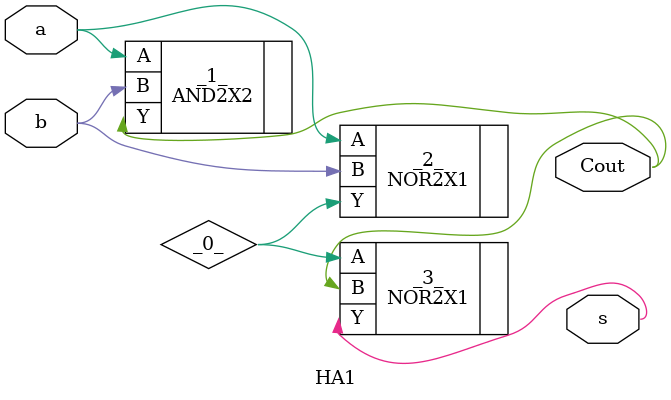
<source format=v>
/* Generated by Yosys 0.7 (git sha1 61f6811, gcc 6.2.0-11ubuntu1 -O2 -fdebug-prefix-map=/build/yosys-OIL3SR/yosys-0.7=. -fstack-protector-strong -fPIC -Os) */

(* src = "ALU8.v:10" *)
module ALU8(sel, a, b, y, v, z, c);
  (* src = "ALU8.v:20" *)
  reg _00_;
  (* src = "ALU8.v:20" *)
  reg _01_;
  (* src = "ALU8.v:20" *)
  reg [7:0] _02_;
  (* src = "ALU8.v:20" *)
  reg _03_;
  (* src = "ALU8.v:20" *)
  reg _04_;
  (* src = "ALU8.v:20" *)
  reg _05_;
  (* src = "ALU8.v:20" *)
  reg [7:0] _06_;
  (* src = "ALU8.v:30" *)
  wire [8:0] _07_;
  (* src = "ALU8.v:25" *)
  wire [7:0] _08_;
  (* src = "ALU8.v:34" *)
  wire _09_;
  (* src = "ALU8.v:28" *)
  wire [7:0] _10_;
  (* src = "ALU8.v:26" *)
  wire [7:0] _11_;
  (* src = "ALU8.v:29" *)
  wire [7:0] _12_;
  (* src = "ALU8.v:34" *)
  wire [31:0] _13_;
  (* src = "ALU8.v:27" *)
  wire [7:0] _14_;
  (* src = "ALU8.v:29" *)
  wire _15_;
  (* src = "ALU8.v:29" *)
  wire _16_;
  (* src = "ALU8.v:29" *)
  wire _17_;
  (* src = "ALU8.v:30" *)
  wire _18_;
  (* src = "ALU8.v:30" *)
  wire _19_;
  (* src = "ALU8.v:30" *)
  wire _20_;
  (* src = "ALU8.v:12" *)
  input [7:0] a;
  (* src = "ALU8.v:13" *)
  input [7:0] b;
  (* src = "ALU8.v:17" *)
  output c;
  reg c;
  (* src = "ALU8.v:11" *)
  input [2:0] sel;
  (* src = "ALU8.v:15" *)
  output v;
  reg v;
  (* src = "ALU8.v:14" *)
  output [7:0] y;
  reg [7:0] y;
  (* src = "ALU8.v:16" *)
  output z;
  reg z;
  assign _07_ = a[6:0] + (* src = "ALU8.v:30" *) b[6:0];
  assign _08_ = a & (* src = "ALU8.v:25" *) b;
  assign _09_ = _06_ == (* src = "ALU8.v:34" *) 1'b0;
  assign _10_ = ~ (* src = "ALU8.v:28" *) a;
  assign _11_ = a | (* src = "ALU8.v:26" *) b;
  assign _12_ = a - (* src = "ALU8.v:29" *) b;
  assign _13_ = _09_ ? (* src = "ALU8.v:34" *) 32'd1 : 32'd0;
  assign _14_ = a ^ (* src = "ALU8.v:27" *) b;
  assign _15_ = 1'b0 ^ (* src = "ALU8.v:29" *) a[7];
  assign _16_ = _15_ ^ (* src = "ALU8.v:29" *) b[7];
  assign _17_ = _16_ ^ (* src = "ALU8.v:29" *) _12_[7];
  assign _18_ = _07_[8] ^ (* src = "ALU8.v:30" *) a[7];
  assign _19_ = _18_ ^ (* src = "ALU8.v:30" *) b[7];
  assign _20_ = _19_ ^ (* src = "ALU8.v:30" *) _07_[7];
  always @* begin
    _02_ = _06_;
    _01_ = _05_;
    _00_ = _04_;
    _03_ = _13_[0];
    casez (sel)
      3'b000:
        begin
          _05_ = 1'b0;
          _04_ = 1'b0;
          _06_ = 8'b00000000;
        end
      3'b001:
        begin
          _05_ = 1'b0;
          _04_ = 1'b0;
          _06_ = _08_;
        end
      3'b010:
        begin
          _05_ = 1'b0;
          _04_ = 1'b0;
          _06_ = _11_;
        end
      3'b011:
        begin
          _05_ = 1'b0;
          _04_ = 1'b0;
          _06_ = _14_;
        end
      3'b100:
        begin
          _05_ = 1'b0;
          _04_ = 1'b0;
          _06_ = _10_;
        end
      3'b101:
        begin
          _04_ = 1'b0;
          _06_ = _12_;
          _05_ = _17_;
        end
      3'b110:
        begin
          { _04_, _06_ } = _07_;
          _05_ = _20_;
        end
      3'b111:
        begin
          _05_ = 1'b0;
          _04_ = 1'b0;
          _06_ = 8'b11111111;
        end
      default:
        begin
          _05_ = 1'b0;
          _04_ = 1'b0;
          _06_ = 8'bxxxxxxxx;
        end
    endcase
  end
  always @* begin
      y <= _02_;
      v <= _01_;
      z <= _03_;
      c <= _00_;
  end
endmodule

(* top =  1  *)
(* src = "HA1.v:10" *)
module HA1(a, b, s, Cout);
  wire _0_;
  (* src = "HA1.v:14" *)
  output Cout;
  (* src = "HA1.v:11" *)
  input a;
  (* src = "HA1.v:12" *)
  input b;
  (* src = "HA1.v:13" *)
  output s;
  AND2X2 _1_ (
    .A(a),
    .B(b),
    .Y(Cout)
  );
  NOR2X1 _2_ (
    .A(a),
    .B(b),
    .Y(_0_)
  );
  NOR2X1 _3_ (
    .A(_0_),
    .B(Cout),
    .Y(s)
  );
endmodule

</source>
